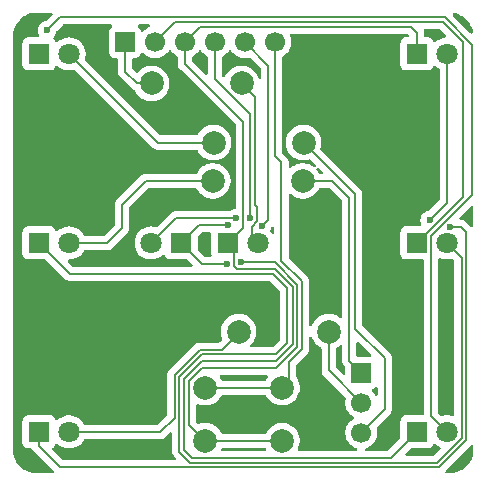
<source format=gbr>
%TF.GenerationSoftware,KiCad,Pcbnew,9.0.7*%
%TF.CreationDate,2026-01-25T23:07:14+01:00*%
%TF.ProjectId,DiceDIP_UpperPart,44696365-4449-4505-9f55-707065725061,rev?*%
%TF.SameCoordinates,Original*%
%TF.FileFunction,Copper,L2,Bot*%
%TF.FilePolarity,Positive*%
%FSLAX46Y46*%
G04 Gerber Fmt 4.6, Leading zero omitted, Abs format (unit mm)*
G04 Created by KiCad (PCBNEW 9.0.7) date 2026-01-25 23:07:14*
%MOMM*%
%LPD*%
G01*
G04 APERTURE LIST*
%TA.AperFunction,ComponentPad*%
%ADD10C,2.000000*%
%TD*%
%TA.AperFunction,ComponentPad*%
%ADD11R,1.800000X1.800000*%
%TD*%
%TA.AperFunction,ComponentPad*%
%ADD12C,1.800000*%
%TD*%
%TA.AperFunction,ComponentPad*%
%ADD13R,1.700000X1.700000*%
%TD*%
%TA.AperFunction,ComponentPad*%
%ADD14C,1.700000*%
%TD*%
%TA.AperFunction,ViaPad*%
%ADD15C,0.600000*%
%TD*%
%TA.AperFunction,Conductor*%
%ADD16C,0.200000*%
%TD*%
G04 APERTURE END LIST*
D10*
%TO.P,SW1,1,1*%
%TO.N,Net-(J5-Pin_6)*%
X116800000Y-107250000D03*
X123300000Y-107250000D03*
%TO.P,SW1,2,2*%
%TO.N,Net-(J5-Pin_5)*%
X116800000Y-111750000D03*
X123300000Y-111750000D03*
%TD*%
D11*
%TO.P,D5,1,K*%
%TO.N,Net-(D5-K)*%
X134725000Y-79000000D03*
D12*
%TO.P,D5,2,A*%
%TO.N,Net-(D4-K)*%
X137265000Y-79000000D03*
%TD*%
D11*
%TO.P,D2,1,K*%
%TO.N,Net-(D2-K)*%
X102725000Y-95000000D03*
D12*
%TO.P,D2,2,A*%
%TO.N,Net-(D2-A)*%
X105265000Y-95000000D03*
%TD*%
D11*
%TO.P,D3,1,K*%
%TO.N,Net-(D3-K)*%
X134725000Y-95000000D03*
D12*
%TO.P,D3,2,A*%
%TO.N,Net-(D2-K)*%
X137265000Y-95000000D03*
%TD*%
D11*
%TO.P,D7,1,K*%
%TO.N,Net-(D5-K)*%
X134725000Y-111000000D03*
D12*
%TO.P,D7,2,A*%
%TO.N,Net-(D6-K)*%
X137265000Y-111000000D03*
%TD*%
D11*
%TO.P,D8,1,K*%
%TO.N,Net-(D5-K)*%
X118725000Y-95000000D03*
D12*
%TO.P,D8,2,A*%
%TO.N,Net-(D8-A)*%
X121265000Y-95000000D03*
%TD*%
D11*
%TO.P,D4,1,K*%
%TO.N,Net-(D4-K)*%
X102725000Y-111000000D03*
D12*
%TO.P,D4,2,A*%
%TO.N,Net-(D4-A)*%
X105265000Y-111000000D03*
%TD*%
D11*
%TO.P,D6,1,K*%
%TO.N,Net-(D6-K)*%
X102725000Y-79000000D03*
D12*
%TO.P,D6,2,A*%
%TO.N,Net-(D6-A)*%
X105265000Y-79000000D03*
%TD*%
D13*
%TO.P,J3,1,Pin_1*%
%TO.N,Net-(J3-Pin_1)*%
X130000000Y-106000000D03*
D14*
%TO.P,J3,2,Pin_2*%
%TO.N,Net-(J3-Pin_2)*%
X130000000Y-108540000D03*
%TO.P,J3,3,Pin_3*%
%TO.N,Net-(J3-Pin_3)*%
X130000000Y-111080000D03*
%TD*%
D10*
%TO.P,R7,1*%
%TO.N,Net-(D4-A)*%
X119630000Y-102500000D03*
%TO.P,R7,2*%
%TO.N,Net-(J3-Pin_2)*%
X127250000Y-102500000D03*
%TD*%
D13*
%TO.P,J5,1,Pin_1*%
%TO.N,Net-(J5-Pin_1)*%
X110000000Y-78000000D03*
D14*
%TO.P,J5,2,Pin_2*%
%TO.N,Net-(D3-K)*%
X112540000Y-78000000D03*
%TO.P,J5,3,Pin_3*%
%TO.N,Net-(D5-K)*%
X115080000Y-78000000D03*
%TO.P,J5,4,Pin_4*%
%TO.N,Net-(J5-Pin_4)*%
X117620000Y-78000000D03*
%TO.P,J5,5,Pin_5*%
%TO.N,Net-(J5-Pin_5)*%
X120160000Y-78000000D03*
%TO.P,J5,6,Pin_6*%
%TO.N,Net-(J5-Pin_6)*%
X122700000Y-78000000D03*
%TD*%
D11*
%TO.P,SW2,1,1*%
%TO.N,Net-(J5-Pin_5)*%
X114750000Y-95000000D03*
D12*
%TO.P,SW2,2,2*%
%TO.N,Net-(J5-Pin_4)*%
X112210000Y-95000000D03*
%TD*%
D10*
%TO.P,R8,1*%
%TO.N,Net-(D6-A)*%
X117500000Y-86500000D03*
%TO.P,R8,2*%
%TO.N,Net-(J3-Pin_3)*%
X125120000Y-86500000D03*
%TD*%
%TO.P,R6,1*%
%TO.N,Net-(D2-A)*%
X117440000Y-89750000D03*
%TO.P,R6,2*%
%TO.N,Net-(J3-Pin_1)*%
X125060000Y-89750000D03*
%TD*%
%TO.P,R9,1*%
%TO.N,Net-(D8-A)*%
X119870000Y-81500000D03*
%TO.P,R9,2*%
%TO.N,Net-(J5-Pin_1)*%
X112250000Y-81500000D03*
%TD*%
D15*
%TO.N,Net-(D4-K)*%
X137524306Y-93624224D03*
X135792185Y-93092185D03*
%TO.N,Net-(D6-K)*%
X103400000Y-77000000D03*
%TO.N,Net-(J5-Pin_4)*%
X119400000Y-92900000D03*
X120600000Y-92900000D03*
%TO.N,Net-(J5-Pin_5)*%
X121591398Y-93607075D03*
X118622471Y-96750000D03*
X118750000Y-93500000D03*
X119835500Y-96599000D03*
%TD*%
D16*
%TO.N,Net-(D2-K)*%
X123750000Y-103432900D02*
X122750000Y-104432900D01*
X114599000Y-106333900D02*
X114599000Y-112666100D01*
X136399000Y-113601000D02*
X138500000Y-111500000D01*
X138500000Y-96235000D02*
X137265000Y-95000000D01*
X114599000Y-112666100D02*
X115533900Y-113601000D01*
X123750000Y-98817100D02*
X123750000Y-103432900D01*
X122532900Y-97600000D02*
X123750000Y-98817100D01*
X102725000Y-95000000D02*
X105325000Y-97600000D01*
X138500000Y-111500000D02*
X138500000Y-96235000D01*
X122750000Y-104432900D02*
X116500000Y-104432900D01*
X105325000Y-97600000D02*
X122532900Y-97600000D01*
X116500000Y-104432900D02*
X114599000Y-106333900D01*
X115533900Y-113601000D02*
X136399000Y-113601000D01*
%TO.N,Net-(D2-A)*%
X111750000Y-89750000D02*
X117440000Y-89750000D01*
X109750000Y-91750000D02*
X109750000Y-93750000D01*
X111750000Y-89750000D02*
X109750000Y-91750000D01*
X108500000Y-95000000D02*
X105265000Y-95000000D01*
X109750000Y-93750000D02*
X108500000Y-95000000D01*
%TO.N,Net-(D3-K)*%
X114240000Y-76300000D02*
X112540000Y-78000000D01*
X136900000Y-76300000D02*
X114240000Y-76300000D01*
X135525000Y-94207900D02*
X138600000Y-91132900D01*
X138600000Y-91132900D02*
X138600000Y-78000000D01*
X134725000Y-95000000D02*
X134900000Y-95000000D01*
X135525000Y-94375000D02*
X135525000Y-94207900D01*
X134900000Y-95000000D02*
X135525000Y-94375000D01*
X138600000Y-78000000D02*
X136900000Y-76300000D01*
%TO.N,Net-(D4-K)*%
X137265000Y-79000000D02*
X137265000Y-91619370D01*
X138901000Y-94101000D02*
X138424224Y-93624224D01*
X137265000Y-91619370D02*
X135792185Y-93092185D01*
X104502000Y-114002000D02*
X136598000Y-114002000D01*
X102725000Y-112225000D02*
X104502000Y-114002000D01*
X102725000Y-111000000D02*
X102725000Y-112225000D01*
X136598000Y-114002000D02*
X138901000Y-111699000D01*
X138424224Y-93624224D02*
X137524306Y-93624224D01*
X138901000Y-111699000D02*
X138901000Y-94101000D01*
%TO.N,Net-(D4-A)*%
X116333900Y-104031900D02*
X114198000Y-106167800D01*
X114198000Y-109802000D02*
X113000000Y-111000000D01*
X114198000Y-106167800D02*
X114198000Y-109802000D01*
X119630000Y-102620000D02*
X118218100Y-104031900D01*
X119630000Y-102500000D02*
X119630000Y-102620000D01*
X105265000Y-111000000D02*
X104900000Y-111000000D01*
X118218100Y-104031900D02*
X116333900Y-104031900D01*
X113000000Y-111000000D02*
X105265000Y-111000000D01*
%TO.N,Net-(D5-K)*%
X120000000Y-93725000D02*
X118725000Y-95000000D01*
X124199000Y-103551000D02*
X124199000Y-98699000D01*
X119222471Y-96972471D02*
X119222471Y-95497471D01*
X134725000Y-111000000D02*
X132525000Y-113200000D01*
X132525000Y-113200000D02*
X115700000Y-113200000D01*
X115000000Y-106500000D02*
X116500000Y-105000000D01*
X122750000Y-105000000D02*
X124199000Y-103551000D01*
X116500000Y-105000000D02*
X122750000Y-105000000D01*
X122699000Y-97199000D02*
X119449000Y-97199000D01*
X115080000Y-79830000D02*
X120000000Y-84750000D01*
X120000000Y-84750000D02*
X120000000Y-93725000D01*
X134725000Y-77225000D02*
X134725000Y-79000000D01*
X115080000Y-78000000D02*
X116380000Y-76700000D01*
X118725000Y-95000000D02*
X119500000Y-94225000D01*
X124199000Y-98699000D02*
X122699000Y-97199000D01*
X134200000Y-76700000D02*
X134725000Y-77225000D01*
X119449000Y-97199000D02*
X119222471Y-96972471D01*
X115700000Y-113200000D02*
X115000000Y-112500000D01*
X119222471Y-95497471D02*
X118725000Y-95000000D01*
X115080000Y-78000000D02*
X115080000Y-79830000D01*
X115000000Y-112500000D02*
X115000000Y-106500000D01*
X116380000Y-76700000D02*
X134200000Y-76700000D01*
%TO.N,Net-(D6-A)*%
X112765000Y-86500000D02*
X105265000Y-79000000D01*
X117500000Y-86500000D02*
X112765000Y-86500000D01*
%TO.N,Net-(D6-K)*%
X137066100Y-75899000D02*
X139399000Y-78231900D01*
X104501000Y-75899000D02*
X137066100Y-75899000D01*
X135926000Y-94374000D02*
X135926000Y-109661000D01*
X139399000Y-90901000D02*
X135926000Y-94374000D01*
X135926000Y-109661000D02*
X137265000Y-111000000D01*
X139399000Y-78231900D02*
X139399000Y-90901000D01*
X103400000Y-77000000D02*
X104501000Y-75899000D01*
%TO.N,Net-(D8-A)*%
X121001000Y-91750000D02*
X121201000Y-91950000D01*
X120724943Y-93625000D02*
X120724943Y-94459943D01*
X121265000Y-95000000D02*
X121750000Y-94515000D01*
X121201000Y-93148943D02*
X120724943Y-93625000D01*
X121201000Y-91950000D02*
X121201000Y-93148943D01*
X121001000Y-82631000D02*
X121001000Y-91750000D01*
X119870000Y-81500000D02*
X121001000Y-82631000D01*
X120724943Y-94459943D02*
X121265000Y-95000000D01*
%TO.N,Net-(J3-Pin_1)*%
X125060000Y-89750000D02*
X127560000Y-89750000D01*
X129000000Y-105000000D02*
X129000000Y-91190000D01*
X130000000Y-106000000D02*
X129000000Y-105000000D01*
X129000000Y-91190000D02*
X127560000Y-89750000D01*
%TO.N,Net-(J3-Pin_3)*%
X125120000Y-86500000D02*
X129500000Y-90880000D01*
X132000000Y-109080000D02*
X130000000Y-111080000D01*
X132000000Y-104750000D02*
X132000000Y-109080000D01*
X129500000Y-102250000D02*
X132000000Y-104750000D01*
X129500000Y-90880000D02*
X129500000Y-102250000D01*
%TO.N,Net-(J3-Pin_2)*%
X127250000Y-105790000D02*
X130000000Y-108540000D01*
X127250000Y-102500000D02*
X127250000Y-105790000D01*
%TO.N,Net-(J5-Pin_6)*%
X125001000Y-98251000D02*
X123250000Y-96500000D01*
X123900000Y-107100000D02*
X123900000Y-105067100D01*
X123900000Y-105067100D02*
X125001000Y-103966100D01*
X122700000Y-87632900D02*
X122700000Y-78000000D01*
X123250000Y-107250000D02*
X116750000Y-107250000D01*
X125001000Y-103966100D02*
X125001000Y-98251000D01*
X123250000Y-88182900D02*
X122700000Y-87632900D01*
X123250000Y-96500000D02*
X123250000Y-88182900D01*
X123250000Y-107750000D02*
X123900000Y-107100000D01*
%TO.N,Net-(J5-Pin_1)*%
X110000000Y-80500000D02*
X110000000Y-78000000D01*
X112250000Y-81500000D02*
X111000000Y-81500000D01*
X111000000Y-81500000D02*
X110000000Y-80500000D01*
%TO.N,Net-(J5-Pin_4)*%
X120600000Y-84069892D02*
X117620000Y-81089892D01*
X114310000Y-92900000D02*
X112210000Y-95000000D01*
X120600000Y-92900000D02*
X120600000Y-84069892D01*
X117620000Y-81089892D02*
X117620000Y-78000000D01*
X119400000Y-92900000D02*
X114310000Y-92900000D01*
%TO.N,Net-(J5-Pin_5)*%
X122666100Y-96599000D02*
X119835500Y-96599000D01*
X118750000Y-93500000D02*
X116250000Y-93500000D01*
X124600000Y-103800000D02*
X124600000Y-98532900D01*
X122151000Y-93047473D02*
X122151000Y-79991000D01*
X123250000Y-111750000D02*
X116750000Y-111750000D01*
X114750000Y-95000000D02*
X116500000Y-96750000D01*
X116750000Y-111750000D02*
X115449000Y-110449000D01*
X122800000Y-105600000D02*
X124600000Y-103800000D01*
X115449000Y-106711108D02*
X116560108Y-105600000D01*
X122151000Y-79991000D02*
X120160000Y-78000000D01*
X117250000Y-96750000D02*
X118622471Y-96750000D01*
X116500000Y-96750000D02*
X117250000Y-96750000D01*
X121591398Y-93607075D02*
X122151000Y-93047473D01*
X115449000Y-110449000D02*
X115449000Y-106711108D01*
X124600000Y-98532900D02*
X122666100Y-96599000D01*
X116560108Y-105600000D02*
X122800000Y-105600000D01*
X116250000Y-93500000D02*
X114750000Y-95000000D01*
%TD*%
%TA.AperFunction,NonConductor*%
G36*
X112071891Y-76519185D02*
G01*
X112117646Y-76571989D01*
X112127590Y-76641147D01*
X112098565Y-76704703D01*
X112043171Y-76741430D01*
X112021588Y-76748443D01*
X112021585Y-76748444D01*
X111832179Y-76844951D01*
X111660215Y-76969889D01*
X111546673Y-77083431D01*
X111485350Y-77116915D01*
X111415658Y-77111931D01*
X111359725Y-77070059D01*
X111342810Y-77039082D01*
X111293797Y-76907671D01*
X111293793Y-76907664D01*
X111207547Y-76792455D01*
X111207544Y-76792452D01*
X111114456Y-76722766D01*
X111072585Y-76666832D01*
X111067601Y-76597141D01*
X111101087Y-76535818D01*
X111162410Y-76502334D01*
X111188767Y-76499500D01*
X112004852Y-76499500D01*
X112071891Y-76519185D01*
G37*
%TD.AperFunction*%
%TA.AperFunction,NonConductor*%
G36*
X137878482Y-75540977D02*
G01*
X138009535Y-75567045D01*
X138025202Y-75571243D01*
X138170035Y-75620407D01*
X138257481Y-75650091D01*
X138272458Y-75656294D01*
X138463033Y-75750275D01*
X138492460Y-75764787D01*
X138506508Y-75772897D01*
X138710464Y-75909177D01*
X138723328Y-75919048D01*
X138907749Y-76080781D01*
X138919218Y-76092250D01*
X139080951Y-76276671D01*
X139090825Y-76289539D01*
X139227102Y-76493492D01*
X139235212Y-76507539D01*
X139343702Y-76727534D01*
X139349909Y-76742520D01*
X139428756Y-76974797D01*
X139432954Y-76990464D01*
X139459022Y-77121517D01*
X139452795Y-77191108D01*
X139409932Y-77246286D01*
X139344042Y-77269530D01*
X139276045Y-77253462D01*
X139249724Y-77233389D01*
X137766610Y-75750275D01*
X137750376Y-75720546D01*
X137733615Y-75691111D01*
X137733676Y-75689962D01*
X137733125Y-75688952D01*
X137735541Y-75655159D01*
X137737354Y-75621341D01*
X137738026Y-75620407D01*
X137738109Y-75619260D01*
X137758410Y-75592141D01*
X137778221Y-75564669D01*
X137779291Y-75564247D01*
X137779981Y-75563327D01*
X137811725Y-75551486D01*
X137843239Y-75539088D01*
X137844750Y-75539169D01*
X137845445Y-75538910D01*
X137878482Y-75540977D01*
G37*
%TD.AperFunction*%
%TA.AperFunction,NonConductor*%
G36*
X136666942Y-76920185D02*
G01*
X136687584Y-76936819D01*
X137151452Y-77400687D01*
X137184937Y-77462010D01*
X137179953Y-77531702D01*
X137138081Y-77587635D01*
X137083169Y-77610841D01*
X136937047Y-77633984D01*
X136727396Y-77702103D01*
X136727393Y-77702104D01*
X136530974Y-77802187D01*
X136352641Y-77931752D01*
X136352636Y-77931756D01*
X136302463Y-77981929D01*
X136241140Y-78015413D01*
X136171448Y-78010428D01*
X136115515Y-77968557D01*
X136098601Y-77937580D01*
X136068797Y-77857671D01*
X136068793Y-77857664D01*
X135982547Y-77742455D01*
X135982544Y-77742452D01*
X135867335Y-77656206D01*
X135867328Y-77656202D01*
X135732482Y-77605908D01*
X135732483Y-77605908D01*
X135672883Y-77599501D01*
X135672881Y-77599500D01*
X135672873Y-77599500D01*
X135672865Y-77599500D01*
X135449500Y-77599500D01*
X135382461Y-77579815D01*
X135336706Y-77527011D01*
X135325500Y-77475500D01*
X135325500Y-77145945D01*
X135325500Y-77145943D01*
X135301559Y-77056593D01*
X135303222Y-76986743D01*
X135342385Y-76928881D01*
X135406614Y-76901377D01*
X135421334Y-76900500D01*
X136599903Y-76900500D01*
X136666942Y-76920185D01*
G37*
%TD.AperFunction*%
%TA.AperFunction,NonConductor*%
G36*
X116421444Y-78653999D02*
G01*
X116460486Y-78699056D01*
X116464951Y-78707820D01*
X116589890Y-78879786D01*
X116740213Y-79030109D01*
X116912184Y-79155051D01*
X116912184Y-79155052D01*
X116951793Y-79175233D01*
X117002590Y-79223206D01*
X117019500Y-79285718D01*
X117019500Y-80620902D01*
X116999815Y-80687941D01*
X116947011Y-80733696D01*
X116877853Y-80743640D01*
X116814297Y-80714615D01*
X116807819Y-80708583D01*
X115716819Y-79617583D01*
X115702115Y-79590655D01*
X115685523Y-79564837D01*
X115684631Y-79558636D01*
X115683334Y-79556260D01*
X115680500Y-79529902D01*
X115680500Y-79285718D01*
X115700185Y-79218679D01*
X115748207Y-79175233D01*
X115787815Y-79155052D01*
X115787815Y-79155051D01*
X115787816Y-79155051D01*
X115879193Y-79088661D01*
X115959786Y-79030109D01*
X115959788Y-79030106D01*
X115959792Y-79030104D01*
X116110104Y-78879792D01*
X116110106Y-78879788D01*
X116110109Y-78879786D01*
X116235048Y-78707820D01*
X116235047Y-78707820D01*
X116235051Y-78707816D01*
X116239514Y-78699054D01*
X116287488Y-78648259D01*
X116355308Y-78631463D01*
X116421444Y-78653999D01*
G37*
%TD.AperFunction*%
%TA.AperFunction,NonConductor*%
G36*
X118961444Y-78653999D02*
G01*
X119000486Y-78699056D01*
X119004951Y-78707820D01*
X119129890Y-78879786D01*
X119280213Y-79030109D01*
X119452179Y-79155048D01*
X119452181Y-79155049D01*
X119452184Y-79155051D01*
X119641588Y-79251557D01*
X119843757Y-79317246D01*
X120053713Y-79350500D01*
X120053714Y-79350500D01*
X120266286Y-79350500D01*
X120266287Y-79350500D01*
X120476243Y-79317246D01*
X120518523Y-79303507D01*
X120588362Y-79301511D01*
X120644522Y-79333757D01*
X121514181Y-80203416D01*
X121547666Y-80264739D01*
X121550500Y-80291097D01*
X121550500Y-81033420D01*
X121530815Y-81100459D01*
X121478011Y-81146214D01*
X121408853Y-81156158D01*
X121345297Y-81127133D01*
X121308569Y-81071739D01*
X121270452Y-80954428D01*
X121260568Y-80924008D01*
X121260566Y-80924005D01*
X121260566Y-80924003D01*
X121163599Y-80733696D01*
X121153343Y-80713567D01*
X121014517Y-80522490D01*
X120847510Y-80355483D01*
X120656433Y-80216657D01*
X120630446Y-80203416D01*
X120445996Y-80109433D01*
X120221368Y-80036446D01*
X119988097Y-79999500D01*
X119988092Y-79999500D01*
X119751908Y-79999500D01*
X119751903Y-79999500D01*
X119518631Y-80036446D01*
X119294003Y-80109433D01*
X119083566Y-80216657D01*
X118985946Y-80287583D01*
X118892490Y-80355483D01*
X118892488Y-80355485D01*
X118892487Y-80355485D01*
X118725485Y-80522487D01*
X118725485Y-80522488D01*
X118725483Y-80522490D01*
X118677111Y-80589068D01*
X118586657Y-80713566D01*
X118497480Y-80888585D01*
X118478163Y-80909037D01*
X118461305Y-80931557D01*
X118454495Y-80934096D01*
X118449505Y-80939381D01*
X118422198Y-80946143D01*
X118395841Y-80955974D01*
X118388738Y-80954428D01*
X118381684Y-80956176D01*
X118355057Y-80947102D01*
X118327568Y-80941122D01*
X118319260Y-80934902D01*
X118315549Y-80933638D01*
X118299314Y-80919971D01*
X118256819Y-80877476D01*
X118223334Y-80816153D01*
X118220500Y-80789795D01*
X118220500Y-79285718D01*
X118240185Y-79218679D01*
X118288207Y-79175233D01*
X118327815Y-79155052D01*
X118327815Y-79155051D01*
X118327816Y-79155051D01*
X118419193Y-79088661D01*
X118499786Y-79030109D01*
X118499788Y-79030106D01*
X118499792Y-79030104D01*
X118650104Y-78879792D01*
X118650106Y-78879788D01*
X118650109Y-78879786D01*
X118775048Y-78707820D01*
X118775047Y-78707820D01*
X118775051Y-78707816D01*
X118779514Y-78699054D01*
X118827488Y-78648259D01*
X118895308Y-78631463D01*
X118961444Y-78653999D01*
G37*
%TD.AperFunction*%
%TA.AperFunction,NonConductor*%
G36*
X126406665Y-88637346D02*
G01*
X126418626Y-88647861D01*
X126708584Y-88937819D01*
X126742069Y-88999142D01*
X126737085Y-89068834D01*
X126695213Y-89124767D01*
X126629749Y-89149184D01*
X126620903Y-89149500D01*
X126514068Y-89149500D01*
X126447029Y-89129815D01*
X126403583Y-89081795D01*
X126343342Y-88963566D01*
X126324636Y-88937819D01*
X126230626Y-88808426D01*
X126207147Y-88742621D01*
X126222972Y-88674568D01*
X126273078Y-88625873D01*
X126341556Y-88611997D01*
X126406665Y-88637346D01*
G37*
%TD.AperFunction*%
%TA.AperFunction,NonConductor*%
G36*
X139418833Y-91832915D02*
G01*
X139474767Y-91874787D01*
X139499184Y-91940251D01*
X139499500Y-91949097D01*
X139499500Y-93550901D01*
X139479815Y-93617940D01*
X139427011Y-93663695D01*
X139357853Y-93673639D01*
X139294297Y-93644614D01*
X139287819Y-93638582D01*
X139265397Y-93616160D01*
X139265374Y-93616139D01*
X138911814Y-93262579D01*
X138911812Y-93262576D01*
X138792941Y-93143705D01*
X138792940Y-93143704D01*
X138691834Y-93085331D01*
X138691833Y-93085330D01*
X138656007Y-93064646D01*
X138600105Y-93049667D01*
X138503281Y-93023723D01*
X138424875Y-93023723D01*
X138357836Y-93004038D01*
X138312081Y-92951234D01*
X138302137Y-92882076D01*
X138331162Y-92818520D01*
X138337194Y-92812042D01*
X139287819Y-91861416D01*
X139349142Y-91827931D01*
X139418833Y-91832915D01*
G37*
%TD.AperFunction*%
%TA.AperFunction,NonConductor*%
G36*
X122568834Y-93581388D02*
G01*
X122624767Y-93623260D01*
X122649184Y-93688724D01*
X122649500Y-93697570D01*
X122649500Y-94141294D01*
X122629815Y-94208333D01*
X122577011Y-94254088D01*
X122507853Y-94264032D01*
X122444297Y-94235007D01*
X122425182Y-94214179D01*
X122333246Y-94087639D01*
X122332471Y-94086732D01*
X122332284Y-94086315D01*
X122330379Y-94083693D01*
X122330929Y-94083293D01*
X122303892Y-94022975D01*
X122312190Y-93958737D01*
X122361133Y-93840576D01*
X122361135Y-93840572D01*
X122380652Y-93742454D01*
X122392036Y-93685226D01*
X122400800Y-93668469D01*
X122404821Y-93649990D01*
X122423565Y-93624951D01*
X122424421Y-93623315D01*
X122425972Y-93621736D01*
X122437819Y-93609889D01*
X122499142Y-93576404D01*
X122568834Y-93581388D01*
G37*
%TD.AperFunction*%
%TA.AperFunction,NonConductor*%
G36*
X117267539Y-94120185D02*
G01*
X117313294Y-94172989D01*
X117324500Y-94224500D01*
X117324500Y-95947870D01*
X117324501Y-95947876D01*
X117331421Y-96012247D01*
X117319014Y-96081006D01*
X117271403Y-96132143D01*
X117208131Y-96149500D01*
X116800098Y-96149500D01*
X116733059Y-96129815D01*
X116712417Y-96113181D01*
X116186818Y-95587582D01*
X116153333Y-95526259D01*
X116150499Y-95499901D01*
X116150499Y-94500097D01*
X116170184Y-94433058D01*
X116186818Y-94412416D01*
X116462416Y-94136819D01*
X116523739Y-94103334D01*
X116550097Y-94100500D01*
X117200500Y-94100500D01*
X117267539Y-94120185D01*
G37*
%TD.AperFunction*%
%TA.AperFunction,NonConductor*%
G36*
X127326942Y-90370185D02*
G01*
X127347584Y-90386819D01*
X128363181Y-91402416D01*
X128396666Y-91463739D01*
X128399500Y-91490097D01*
X128399500Y-101237077D01*
X128379815Y-101304116D01*
X128327011Y-101349871D01*
X128257853Y-101359815D01*
X128202614Y-101337395D01*
X128036433Y-101216657D01*
X127825996Y-101109433D01*
X127601368Y-101036446D01*
X127368097Y-100999500D01*
X127368092Y-100999500D01*
X127131908Y-100999500D01*
X127131903Y-100999500D01*
X126898631Y-101036446D01*
X126674003Y-101109433D01*
X126463566Y-101216657D01*
X126435461Y-101237077D01*
X126272490Y-101355483D01*
X126272488Y-101355485D01*
X126272487Y-101355485D01*
X126105485Y-101522487D01*
X126105485Y-101522488D01*
X126105483Y-101522490D01*
X126045862Y-101604550D01*
X125966657Y-101713566D01*
X125859433Y-101924003D01*
X125843431Y-101973255D01*
X125803993Y-102030930D01*
X125739634Y-102058128D01*
X125670788Y-102046213D01*
X125619312Y-101998969D01*
X125601500Y-101934936D01*
X125601500Y-98340059D01*
X125601501Y-98340046D01*
X125601501Y-98171945D01*
X125601501Y-98171943D01*
X125560577Y-98019215D01*
X125510454Y-97932400D01*
X125481520Y-97882284D01*
X125369716Y-97770480D01*
X125369715Y-97770479D01*
X125365385Y-97766149D01*
X125365374Y-97766139D01*
X123886819Y-96287584D01*
X123853334Y-96226261D01*
X123850500Y-96199903D01*
X123850500Y-90961889D01*
X123870185Y-90894850D01*
X123922989Y-90849095D01*
X123992147Y-90839151D01*
X124055703Y-90868176D01*
X124062181Y-90874208D01*
X124082490Y-90894517D01*
X124273567Y-91033343D01*
X124372991Y-91084002D01*
X124484003Y-91140566D01*
X124484005Y-91140566D01*
X124484008Y-91140568D01*
X124604412Y-91179689D01*
X124708631Y-91213553D01*
X124941903Y-91250500D01*
X124941908Y-91250500D01*
X125178097Y-91250500D01*
X125411368Y-91213553D01*
X125635992Y-91140568D01*
X125846433Y-91033343D01*
X126037510Y-90894517D01*
X126204517Y-90727510D01*
X126343343Y-90536433D01*
X126403583Y-90418204D01*
X126451558Y-90367409D01*
X126514068Y-90350500D01*
X127259903Y-90350500D01*
X127326942Y-90370185D01*
G37*
%TD.AperFunction*%
%TA.AperFunction,NonConductor*%
G36*
X129805703Y-103405384D02*
G01*
X129812181Y-103411416D01*
X130838584Y-104437819D01*
X130872069Y-104499142D01*
X130867085Y-104568834D01*
X130825213Y-104624767D01*
X130759749Y-104649184D01*
X130750903Y-104649500D01*
X129724500Y-104649500D01*
X129657461Y-104629815D01*
X129611706Y-104577011D01*
X129600500Y-104525500D01*
X129600500Y-103499097D01*
X129620185Y-103432058D01*
X129672989Y-103386303D01*
X129742147Y-103376359D01*
X129805703Y-103405384D01*
G37*
%TD.AperFunction*%
%TA.AperFunction,NonConductor*%
G36*
X128336474Y-103654949D02*
G01*
X128385169Y-103705055D01*
X128399500Y-103762922D01*
X128399500Y-104913330D01*
X128399499Y-104913348D01*
X128399499Y-105079054D01*
X128399498Y-105079054D01*
X128440423Y-105231785D01*
X128469358Y-105281900D01*
X128469359Y-105281904D01*
X128469360Y-105281904D01*
X128518602Y-105367196D01*
X128519479Y-105368714D01*
X128519481Y-105368717D01*
X128613181Y-105462417D01*
X128646666Y-105523740D01*
X128649500Y-105550098D01*
X128649500Y-106040903D01*
X128629815Y-106107942D01*
X128577011Y-106153697D01*
X128507853Y-106163641D01*
X128444297Y-106134616D01*
X128437819Y-106128584D01*
X127886819Y-105577584D01*
X127853334Y-105516261D01*
X127850500Y-105489903D01*
X127850500Y-103954067D01*
X127870185Y-103887028D01*
X127918205Y-103843582D01*
X128036433Y-103783343D01*
X128202616Y-103662602D01*
X128268420Y-103639124D01*
X128336474Y-103654949D01*
G37*
%TD.AperFunction*%
%TA.AperFunction,NonConductor*%
G36*
X121970795Y-106202371D02*
G01*
X121977329Y-106201173D01*
X122003904Y-106212093D01*
X122031462Y-106220185D01*
X122035810Y-106225203D01*
X122041956Y-106227729D01*
X122058409Y-106251283D01*
X122077217Y-106272989D01*
X122078162Y-106279562D01*
X122081966Y-106285008D01*
X122083072Y-106313715D01*
X122087161Y-106342147D01*
X122084428Y-106348878D01*
X122084658Y-106354826D01*
X122071243Y-106387471D01*
X122068226Y-106392587D01*
X122016657Y-106463567D01*
X121954690Y-106585183D01*
X121952752Y-106588471D01*
X121929925Y-106609844D01*
X121908442Y-106632591D01*
X121904621Y-106633537D01*
X121901750Y-106636226D01*
X121845932Y-106649500D01*
X118254068Y-106649500D01*
X118187029Y-106629815D01*
X118143583Y-106581795D01*
X118083342Y-106463566D01*
X118083340Y-106463563D01*
X118035258Y-106397384D01*
X118011779Y-106331580D01*
X118027604Y-106263526D01*
X118077710Y-106214831D01*
X118135577Y-106200500D01*
X121964423Y-106200500D01*
X121970795Y-106202371D01*
G37*
%TD.AperFunction*%
%TA.AperFunction,NonConductor*%
G36*
X131334926Y-107202738D02*
G01*
X131384332Y-107252143D01*
X131399500Y-107311571D01*
X131399500Y-107795444D01*
X131379815Y-107862483D01*
X131327011Y-107908238D01*
X131257853Y-107918182D01*
X131194297Y-107889157D01*
X131165016Y-107851740D01*
X131155050Y-107832182D01*
X131030109Y-107660213D01*
X130916569Y-107546673D01*
X130883084Y-107485350D01*
X130888068Y-107415658D01*
X130929940Y-107359725D01*
X130960915Y-107342810D01*
X131092331Y-107293796D01*
X131201189Y-107212305D01*
X131266653Y-107187887D01*
X131334926Y-107202738D01*
G37*
%TD.AperFunction*%
%TA.AperFunction,NonConductor*%
G36*
X136706796Y-96287400D02*
G01*
X136727389Y-96297893D01*
X136727396Y-96297896D01*
X136794525Y-96319707D01*
X136937049Y-96366015D01*
X137154778Y-96400500D01*
X137154779Y-96400500D01*
X137375221Y-96400500D01*
X137375222Y-96400500D01*
X137592951Y-96366015D01*
X137663205Y-96343187D01*
X137678417Y-96342753D01*
X137692676Y-96337435D01*
X137712628Y-96341775D01*
X137733044Y-96341192D01*
X137747132Y-96349281D01*
X137760949Y-96352287D01*
X137789203Y-96373438D01*
X137863181Y-96447416D01*
X137896666Y-96508739D01*
X137899500Y-96535097D01*
X137899500Y-109562916D01*
X137879815Y-109629955D01*
X137827011Y-109675710D01*
X137757853Y-109685654D01*
X137737183Y-109680847D01*
X137592953Y-109633985D01*
X137592954Y-109633985D01*
X137429654Y-109608121D01*
X137375222Y-109599500D01*
X137154778Y-109599500D01*
X137114320Y-109605908D01*
X136937045Y-109633985D01*
X136866794Y-109656811D01*
X136796953Y-109658806D01*
X136740796Y-109626561D01*
X136562819Y-109448584D01*
X136529334Y-109387261D01*
X136526500Y-109360903D01*
X136526500Y-96397884D01*
X136546185Y-96330845D01*
X136598989Y-96285090D01*
X136668147Y-96275146D01*
X136706796Y-96287400D01*
G37*
%TD.AperFunction*%
%TA.AperFunction,NonConductor*%
G36*
X133966942Y-77320185D02*
G01*
X133987584Y-77336819D01*
X134038584Y-77387819D01*
X134072069Y-77449142D01*
X134067085Y-77518834D01*
X134025213Y-77574767D01*
X133959749Y-77599184D01*
X133950904Y-77599500D01*
X133777130Y-77599500D01*
X133777123Y-77599501D01*
X133717516Y-77605908D01*
X133582671Y-77656202D01*
X133582664Y-77656206D01*
X133467455Y-77742452D01*
X133467452Y-77742455D01*
X133381206Y-77857664D01*
X133381202Y-77857671D01*
X133330908Y-77992517D01*
X133324501Y-78052116D01*
X133324500Y-78052135D01*
X133324500Y-79947870D01*
X133324501Y-79947876D01*
X133330908Y-80007483D01*
X133381202Y-80142328D01*
X133381206Y-80142335D01*
X133467452Y-80257544D01*
X133467455Y-80257547D01*
X133582664Y-80343793D01*
X133582671Y-80343797D01*
X133717517Y-80394091D01*
X133717516Y-80394091D01*
X133724444Y-80394835D01*
X133777127Y-80400500D01*
X135672872Y-80400499D01*
X135732483Y-80394091D01*
X135867331Y-80343796D01*
X135982546Y-80257546D01*
X136068796Y-80142331D01*
X136096428Y-80068247D01*
X136098601Y-80062420D01*
X136140471Y-80006486D01*
X136205936Y-79982068D01*
X136274209Y-79996919D01*
X136302464Y-80018071D01*
X136352635Y-80068242D01*
X136352641Y-80068247D01*
X136530976Y-80197814D01*
X136596794Y-80231350D01*
X136647591Y-80279324D01*
X136664500Y-80341835D01*
X136664500Y-91319273D01*
X136644815Y-91386312D01*
X136628181Y-91406954D01*
X135777524Y-92257610D01*
X135716201Y-92291095D01*
X135714035Y-92291546D01*
X135558693Y-92322446D01*
X135558683Y-92322449D01*
X135413012Y-92382787D01*
X135412999Y-92382794D01*
X135281896Y-92470395D01*
X135281892Y-92470398D01*
X135170398Y-92581892D01*
X135170395Y-92581896D01*
X135082794Y-92712999D01*
X135082787Y-92713012D01*
X135022449Y-92858683D01*
X135022446Y-92858695D01*
X134991685Y-93013338D01*
X134991685Y-93171031D01*
X135022446Y-93325674D01*
X135022449Y-93325686D01*
X135064848Y-93428048D01*
X135072317Y-93497518D01*
X135041041Y-93559997D01*
X134980952Y-93595649D01*
X134950287Y-93599500D01*
X133777129Y-93599500D01*
X133777123Y-93599501D01*
X133717516Y-93605908D01*
X133582671Y-93656202D01*
X133582664Y-93656206D01*
X133467455Y-93742452D01*
X133467452Y-93742455D01*
X133381206Y-93857664D01*
X133381202Y-93857671D01*
X133330908Y-93992517D01*
X133324501Y-94052116D01*
X133324500Y-94052135D01*
X133324500Y-95947870D01*
X133324501Y-95947876D01*
X133330908Y-96007483D01*
X133381202Y-96142328D01*
X133381206Y-96142335D01*
X133467452Y-96257544D01*
X133467455Y-96257547D01*
X133582664Y-96343793D01*
X133582671Y-96343797D01*
X133717517Y-96394091D01*
X133717516Y-96394091D01*
X133724444Y-96394835D01*
X133777127Y-96400500D01*
X135201500Y-96400499D01*
X135268539Y-96420184D01*
X135314294Y-96472987D01*
X135325500Y-96524499D01*
X135325500Y-109475500D01*
X135305815Y-109542539D01*
X135253011Y-109588294D01*
X135201500Y-109599500D01*
X133777129Y-109599500D01*
X133777123Y-109599501D01*
X133717516Y-109605908D01*
X133582671Y-109656202D01*
X133582664Y-109656206D01*
X133467455Y-109742452D01*
X133467452Y-109742455D01*
X133381206Y-109857664D01*
X133381202Y-109857671D01*
X133330908Y-109992517D01*
X133324501Y-110052116D01*
X133324500Y-110052135D01*
X133324500Y-111499902D01*
X133304815Y-111566941D01*
X133288181Y-111587583D01*
X132312584Y-112563181D01*
X132251261Y-112596666D01*
X132224903Y-112599500D01*
X130476673Y-112599500D01*
X130409634Y-112579815D01*
X130363879Y-112527011D01*
X130353935Y-112457853D01*
X130382960Y-112394297D01*
X130438354Y-112357569D01*
X130518412Y-112331557D01*
X130707816Y-112235051D01*
X130759067Y-112197815D01*
X130879786Y-112110109D01*
X130879788Y-112110106D01*
X130879792Y-112110104D01*
X131030104Y-111959792D01*
X131030106Y-111959788D01*
X131030109Y-111959786D01*
X131155048Y-111787820D01*
X131155047Y-111787820D01*
X131155051Y-111787816D01*
X131251557Y-111598412D01*
X131317246Y-111396243D01*
X131350500Y-111186287D01*
X131350500Y-110973713D01*
X131317246Y-110763757D01*
X131303506Y-110721473D01*
X131301512Y-110651635D01*
X131333755Y-110595478D01*
X132368713Y-109560521D01*
X132368716Y-109560520D01*
X132480520Y-109448716D01*
X132530639Y-109361904D01*
X132559577Y-109311785D01*
X132600500Y-109159057D01*
X132600500Y-109000943D01*
X132600500Y-104839059D01*
X132600501Y-104839046D01*
X132600501Y-104670945D01*
X132600501Y-104670943D01*
X132559577Y-104518215D01*
X132514664Y-104440424D01*
X132480520Y-104381284D01*
X132368716Y-104269480D01*
X132364385Y-104265149D01*
X132364374Y-104265139D01*
X130136819Y-102037584D01*
X130103334Y-101976261D01*
X130100500Y-101949903D01*
X130100500Y-90800944D01*
X130100500Y-90800943D01*
X130090650Y-90764184D01*
X130080824Y-90727510D01*
X130059577Y-90648216D01*
X129995040Y-90536433D01*
X129980524Y-90511290D01*
X129980521Y-90511286D01*
X129980520Y-90511284D01*
X129868716Y-90399480D01*
X129868715Y-90399479D01*
X129864385Y-90395149D01*
X129864374Y-90395139D01*
X126572798Y-87103563D01*
X126539313Y-87042240D01*
X126542547Y-86977566D01*
X126583553Y-86851368D01*
X126603705Y-86724126D01*
X126620500Y-86618097D01*
X126620500Y-86381902D01*
X126583553Y-86148631D01*
X126510566Y-85924003D01*
X126403342Y-85713566D01*
X126264517Y-85522490D01*
X126097510Y-85355483D01*
X125906433Y-85216657D01*
X125695996Y-85109433D01*
X125471368Y-85036446D01*
X125238097Y-84999500D01*
X125238092Y-84999500D01*
X125001908Y-84999500D01*
X125001903Y-84999500D01*
X124768631Y-85036446D01*
X124544003Y-85109433D01*
X124333566Y-85216657D01*
X124224550Y-85295862D01*
X124142490Y-85355483D01*
X124142488Y-85355485D01*
X124142487Y-85355485D01*
X123975485Y-85522487D01*
X123975485Y-85522488D01*
X123975483Y-85522490D01*
X123915862Y-85604550D01*
X123836657Y-85713566D01*
X123729433Y-85924003D01*
X123656446Y-86148631D01*
X123619500Y-86381902D01*
X123619500Y-86618097D01*
X123656446Y-86851368D01*
X123729433Y-87075996D01*
X123836657Y-87286433D01*
X123975483Y-87477510D01*
X124142490Y-87644517D01*
X124333567Y-87783343D01*
X124394096Y-87814184D01*
X124544003Y-87890566D01*
X124544005Y-87890566D01*
X124544008Y-87890568D01*
X124636292Y-87920553D01*
X124768631Y-87963553D01*
X125001903Y-88000500D01*
X125001908Y-88000500D01*
X125238097Y-88000500D01*
X125344126Y-87983705D01*
X125471368Y-87963553D01*
X125597566Y-87922547D01*
X125667404Y-87920553D01*
X125723563Y-87952798D01*
X126162138Y-88391373D01*
X126195623Y-88452696D01*
X126190639Y-88522388D01*
X126148767Y-88578321D01*
X126083303Y-88602738D01*
X126015030Y-88587886D01*
X126001571Y-88579372D01*
X126000124Y-88578321D01*
X125846433Y-88466657D01*
X125819033Y-88452696D01*
X125635996Y-88359433D01*
X125411368Y-88286446D01*
X125178097Y-88249500D01*
X125178092Y-88249500D01*
X124941908Y-88249500D01*
X124941903Y-88249500D01*
X124708631Y-88286446D01*
X124484003Y-88359433D01*
X124273566Y-88466657D01*
X124196860Y-88522388D01*
X124082490Y-88605483D01*
X124082488Y-88605485D01*
X124082487Y-88605485D01*
X124062181Y-88625792D01*
X124000858Y-88659277D01*
X123931166Y-88654293D01*
X123875233Y-88612421D01*
X123850816Y-88546957D01*
X123850500Y-88538111D01*
X123850500Y-88103845D01*
X123850500Y-88103843D01*
X123809577Y-87951116D01*
X123809573Y-87951109D01*
X123730524Y-87814190D01*
X123730521Y-87814186D01*
X123730520Y-87814184D01*
X123618716Y-87702380D01*
X123618715Y-87702379D01*
X123614385Y-87698049D01*
X123614374Y-87698039D01*
X123336819Y-87420484D01*
X123303334Y-87359161D01*
X123300500Y-87332803D01*
X123300500Y-79285718D01*
X123320185Y-79218679D01*
X123368207Y-79175233D01*
X123407815Y-79155052D01*
X123407815Y-79155051D01*
X123407816Y-79155051D01*
X123499193Y-79088661D01*
X123579786Y-79030109D01*
X123579788Y-79030106D01*
X123579792Y-79030104D01*
X123730104Y-78879792D01*
X123730106Y-78879788D01*
X123730109Y-78879786D01*
X123855048Y-78707820D01*
X123855047Y-78707820D01*
X123855051Y-78707816D01*
X123951557Y-78518412D01*
X124017246Y-78316243D01*
X124050500Y-78106287D01*
X124050500Y-77893713D01*
X124017246Y-77683757D01*
X123951557Y-77481588D01*
X123951555Y-77481585D01*
X123951555Y-77481583D01*
X123951154Y-77480796D01*
X123951091Y-77480463D01*
X123949690Y-77477079D01*
X123950400Y-77476784D01*
X123938257Y-77412127D01*
X123964532Y-77347387D01*
X124021638Y-77307129D01*
X124061638Y-77300500D01*
X133899903Y-77300500D01*
X133966942Y-77320185D01*
G37*
%TD.AperFunction*%
%TA.AperFunction,NonConductor*%
G36*
X125757784Y-102949009D02*
G01*
X125773769Y-102950844D01*
X125788909Y-102963223D01*
X125806703Y-102971350D01*
X125816004Y-102985378D01*
X125827859Y-102995072D01*
X125843429Y-103026742D01*
X125859432Y-103075992D01*
X125966657Y-103286433D01*
X126105483Y-103477510D01*
X126272490Y-103644517D01*
X126415797Y-103748636D01*
X126463568Y-103783344D01*
X126521213Y-103812715D01*
X126581794Y-103843582D01*
X126632590Y-103891556D01*
X126649500Y-103954067D01*
X126649500Y-105703330D01*
X126649499Y-105703348D01*
X126649499Y-105869054D01*
X126649498Y-105869054D01*
X126690423Y-106021785D01*
X126719358Y-106071900D01*
X126719359Y-106071904D01*
X126719360Y-106071904D01*
X126769479Y-106158714D01*
X126769481Y-106158717D01*
X126888349Y-106277585D01*
X126888355Y-106277590D01*
X128666241Y-108055476D01*
X128699726Y-108116799D01*
X128696492Y-108181473D01*
X128682753Y-108223757D01*
X128655708Y-108394517D01*
X128649500Y-108433713D01*
X128649500Y-108646287D01*
X128682754Y-108856243D01*
X128710321Y-108941086D01*
X128748444Y-109058414D01*
X128844951Y-109247820D01*
X128969890Y-109419786D01*
X129120213Y-109570109D01*
X129292182Y-109695050D01*
X129300946Y-109699516D01*
X129351742Y-109747491D01*
X129368536Y-109815312D01*
X129345998Y-109881447D01*
X129300946Y-109920484D01*
X129292182Y-109924949D01*
X129120213Y-110049890D01*
X128969890Y-110200213D01*
X128844951Y-110372179D01*
X128748444Y-110561585D01*
X128682753Y-110763760D01*
X128649500Y-110973713D01*
X128649500Y-111186286D01*
X128678393Y-111368713D01*
X128682754Y-111396243D01*
X128744924Y-111587583D01*
X128748444Y-111598414D01*
X128844951Y-111787820D01*
X128969890Y-111959786D01*
X129120213Y-112110109D01*
X129292179Y-112235048D01*
X129292181Y-112235049D01*
X129292184Y-112235051D01*
X129481588Y-112331557D01*
X129561645Y-112357569D01*
X129619321Y-112397007D01*
X129646519Y-112461365D01*
X129634604Y-112530212D01*
X129587360Y-112581687D01*
X129523327Y-112599500D01*
X124753559Y-112599500D01*
X124686520Y-112579815D01*
X124640765Y-112527011D01*
X124630821Y-112457853D01*
X124643074Y-112419205D01*
X124663783Y-112378560D01*
X124690568Y-112325992D01*
X124763553Y-112101368D01*
X124768799Y-112068247D01*
X124800500Y-111868097D01*
X124800500Y-111631902D01*
X124763553Y-111398631D01*
X124729689Y-111294412D01*
X124690568Y-111174008D01*
X124690566Y-111174005D01*
X124690566Y-111174003D01*
X124633709Y-111062415D01*
X124583343Y-110963567D01*
X124444517Y-110772490D01*
X124277510Y-110605483D01*
X124086433Y-110466657D01*
X123875996Y-110359433D01*
X123651368Y-110286446D01*
X123418097Y-110249500D01*
X123418092Y-110249500D01*
X123181908Y-110249500D01*
X123181903Y-110249500D01*
X122948631Y-110286446D01*
X122724003Y-110359433D01*
X122513566Y-110466657D01*
X122404550Y-110545862D01*
X122322490Y-110605483D01*
X122322488Y-110605485D01*
X122322487Y-110605485D01*
X122155485Y-110772487D01*
X122155485Y-110772488D01*
X122155483Y-110772490D01*
X122098635Y-110850735D01*
X122016657Y-110963566D01*
X122011487Y-110973713D01*
X121959479Y-111075786D01*
X121956417Y-111081795D01*
X121908442Y-111132591D01*
X121845932Y-111149500D01*
X118254068Y-111149500D01*
X118187029Y-111129815D01*
X118143583Y-111081795D01*
X118083343Y-110963567D01*
X117944517Y-110772490D01*
X117777510Y-110605483D01*
X117586433Y-110466657D01*
X117375996Y-110359433D01*
X117151368Y-110286446D01*
X116918097Y-110249500D01*
X116918092Y-110249500D01*
X116681908Y-110249500D01*
X116681903Y-110249500D01*
X116448630Y-110286447D01*
X116448627Y-110286447D01*
X116284696Y-110339712D01*
X116269483Y-110340146D01*
X116255224Y-110345465D01*
X116235268Y-110341123D01*
X116214855Y-110341707D01*
X116200768Y-110333618D01*
X116186951Y-110330613D01*
X116158697Y-110309462D01*
X116085819Y-110236584D01*
X116052334Y-110175261D01*
X116049500Y-110148903D01*
X116049500Y-108753862D01*
X116069185Y-108686823D01*
X116121989Y-108641068D01*
X116191147Y-108631124D01*
X116220968Y-108639307D01*
X116223988Y-108640557D01*
X116224008Y-108640568D01*
X116402998Y-108698725D01*
X116448631Y-108713553D01*
X116681903Y-108750500D01*
X116681908Y-108750500D01*
X116918097Y-108750500D01*
X117151368Y-108713553D01*
X117375992Y-108640568D01*
X117586433Y-108533343D01*
X117777510Y-108394517D01*
X117944517Y-108227510D01*
X118083343Y-108036433D01*
X118143583Y-107918204D01*
X118191558Y-107867409D01*
X118254068Y-107850500D01*
X121845932Y-107850500D01*
X121912971Y-107870185D01*
X121956416Y-107918203D01*
X122016657Y-108036433D01*
X122155483Y-108227510D01*
X122322490Y-108394517D01*
X122513567Y-108533343D01*
X122612991Y-108584002D01*
X122724003Y-108640566D01*
X122724005Y-108640566D01*
X122724008Y-108640568D01*
X122844412Y-108679689D01*
X122948631Y-108713553D01*
X123181903Y-108750500D01*
X123181908Y-108750500D01*
X123418097Y-108750500D01*
X123651368Y-108713553D01*
X123875992Y-108640568D01*
X124086433Y-108533343D01*
X124277510Y-108394517D01*
X124444517Y-108227510D01*
X124583343Y-108036433D01*
X124690568Y-107825992D01*
X124763553Y-107601368D01*
X124778041Y-107509896D01*
X124800500Y-107368097D01*
X124800500Y-107131902D01*
X124763553Y-106898631D01*
X124690566Y-106674003D01*
X124643583Y-106581795D01*
X124583343Y-106463567D01*
X124535260Y-106397386D01*
X124524182Y-106382138D01*
X124500702Y-106316332D01*
X124500500Y-106309253D01*
X124500500Y-105367196D01*
X124520185Y-105300157D01*
X124536815Y-105279519D01*
X125369713Y-104446621D01*
X125369716Y-104446620D01*
X125481520Y-104334816D01*
X125531639Y-104248004D01*
X125560577Y-104197885D01*
X125601500Y-104045157D01*
X125601500Y-103887043D01*
X125601500Y-103065063D01*
X125606033Y-103049623D01*
X125605574Y-103033540D01*
X125615674Y-103016789D01*
X125621185Y-102998024D01*
X125633343Y-102987488D01*
X125641654Y-102973707D01*
X125659209Y-102965075D01*
X125673989Y-102952269D01*
X125689913Y-102949979D01*
X125704355Y-102942879D01*
X125723786Y-102945108D01*
X125743147Y-102942325D01*
X125757784Y-102949009D01*
G37*
%TD.AperFunction*%
%TA.AperFunction,NonConductor*%
G36*
X121912971Y-112370185D02*
G01*
X121956440Y-112418251D01*
X121956949Y-112419251D01*
X121969817Y-112487926D01*
X121943513Y-112552655D01*
X121886390Y-112592889D01*
X121846441Y-112599500D01*
X118253559Y-112599500D01*
X118186520Y-112579815D01*
X118140765Y-112527011D01*
X118130821Y-112457853D01*
X118143051Y-112419251D01*
X118143560Y-112418251D01*
X118191513Y-112367435D01*
X118254068Y-112350500D01*
X121845932Y-112350500D01*
X121912971Y-112370185D01*
G37*
%TD.AperFunction*%
%TA.AperFunction,NonConductor*%
G36*
X136220788Y-111985298D02*
G01*
X136274209Y-111996919D01*
X136302464Y-112018071D01*
X136352636Y-112068243D01*
X136352641Y-112068247D01*
X136530978Y-112197815D01*
X136530979Y-112197816D01*
X136658446Y-112262765D01*
X136709242Y-112310739D01*
X136726037Y-112378560D01*
X136703499Y-112444695D01*
X136689833Y-112460930D01*
X136598109Y-112552655D01*
X136186582Y-112964182D01*
X136125261Y-112997666D01*
X136098903Y-113000500D01*
X133873097Y-113000500D01*
X133806058Y-112980815D01*
X133760303Y-112928011D01*
X133750359Y-112858853D01*
X133779384Y-112795297D01*
X133785416Y-112788819D01*
X134137416Y-112436818D01*
X134198739Y-112403333D01*
X134225097Y-112400499D01*
X135672871Y-112400499D01*
X135672872Y-112400499D01*
X135732483Y-112394091D01*
X135867331Y-112343796D01*
X135982546Y-112257546D01*
X136068796Y-112142331D01*
X136070273Y-112138372D01*
X136098601Y-112062420D01*
X136098601Y-112062419D01*
X136098602Y-112062416D01*
X136121408Y-112031951D01*
X136140471Y-112006486D01*
X136140472Y-112006485D01*
X136140473Y-112006485D01*
X136166993Y-111996593D01*
X136205936Y-111982068D01*
X136205937Y-111982068D01*
X136220788Y-111985298D01*
G37*
%TD.AperFunction*%
%TA.AperFunction,NonConductor*%
G36*
X113917834Y-111033914D02*
G01*
X113973767Y-111075786D01*
X113998184Y-111141250D01*
X113998500Y-111150096D01*
X113998500Y-112579430D01*
X113998499Y-112579448D01*
X113998499Y-112745154D01*
X113998498Y-112745154D01*
X114039422Y-112897883D01*
X114040934Y-112900501D01*
X114040937Y-112900507D01*
X114118477Y-113034812D01*
X114118481Y-113034817D01*
X114237349Y-113153685D01*
X114237355Y-113153690D01*
X114273484Y-113189819D01*
X114306969Y-113251142D01*
X114301985Y-113320834D01*
X114260113Y-113376767D01*
X114194649Y-113401184D01*
X114185803Y-113401500D01*
X104802098Y-113401500D01*
X104735059Y-113381815D01*
X104714417Y-113365181D01*
X104313417Y-112964181D01*
X103868839Y-112519604D01*
X103835355Y-112458282D01*
X103840339Y-112388591D01*
X103882209Y-112332658D01*
X103982546Y-112257546D01*
X104068796Y-112142331D01*
X104070273Y-112138372D01*
X104098601Y-112062420D01*
X104140471Y-112006486D01*
X104205936Y-111982068D01*
X104274209Y-111996919D01*
X104302464Y-112018071D01*
X104352636Y-112068243D01*
X104352641Y-112068247D01*
X104449161Y-112138372D01*
X104530978Y-112197815D01*
X104658448Y-112262765D01*
X104727393Y-112297895D01*
X104727396Y-112297896D01*
X104766924Y-112310739D01*
X104937049Y-112366015D01*
X105154778Y-112400500D01*
X105154779Y-112400500D01*
X105375221Y-112400500D01*
X105375222Y-112400500D01*
X105592951Y-112366015D01*
X105802606Y-112297895D01*
X105999022Y-112197815D01*
X106177365Y-112068242D01*
X106333242Y-111912365D01*
X106462815Y-111734022D01*
X106496352Y-111668204D01*
X106544326Y-111617409D01*
X106606836Y-111600500D01*
X112913331Y-111600500D01*
X112913347Y-111600501D01*
X112920943Y-111600501D01*
X113079054Y-111600501D01*
X113079057Y-111600501D01*
X113231785Y-111559577D01*
X113303424Y-111518216D01*
X113368716Y-111480520D01*
X113480520Y-111368716D01*
X113480520Y-111368714D01*
X113490724Y-111358511D01*
X113490727Y-111358506D01*
X113786820Y-111062414D01*
X113848142Y-111028930D01*
X113917834Y-111033914D01*
G37*
%TD.AperFunction*%
%TA.AperFunction,NonConductor*%
G36*
X139383005Y-112130353D02*
G01*
X139418834Y-112132916D01*
X139418837Y-112132918D01*
X139418840Y-112132919D01*
X139441807Y-112150114D01*
X139474767Y-112174788D01*
X139474768Y-112174790D01*
X139474771Y-112174793D01*
X139486990Y-112207559D01*
X139499184Y-112240252D01*
X139499184Y-112240255D01*
X139499185Y-112240258D01*
X139499184Y-112240261D01*
X139499500Y-112249098D01*
X139499500Y-112495933D01*
X139499235Y-112504043D01*
X139482925Y-112752883D01*
X139480807Y-112768964D01*
X139432954Y-113009535D01*
X139428756Y-113025202D01*
X139349909Y-113257479D01*
X139343702Y-113272465D01*
X139235212Y-113492460D01*
X139227102Y-113506507D01*
X139090825Y-113710460D01*
X139080951Y-113723328D01*
X138919218Y-113907749D01*
X138907749Y-113919218D01*
X138723328Y-114080951D01*
X138710460Y-114090825D01*
X138506507Y-114227102D01*
X138492460Y-114235212D01*
X138272465Y-114343702D01*
X138257479Y-114349909D01*
X138025202Y-114428756D01*
X138009535Y-114432954D01*
X137768964Y-114480807D01*
X137752883Y-114482925D01*
X137504043Y-114499235D01*
X137495933Y-114499500D01*
X137249096Y-114499500D01*
X137182057Y-114479815D01*
X137136302Y-114427011D01*
X137126358Y-114357853D01*
X137155383Y-114294297D01*
X137161415Y-114287819D01*
X138198092Y-113251142D01*
X139269713Y-112179521D01*
X139269716Y-112179520D01*
X139287825Y-112161410D01*
X139330021Y-112138372D01*
X139349142Y-112127932D01*
X139349144Y-112127932D01*
X139349148Y-112127930D01*
X139383005Y-112130353D01*
G37*
%TD.AperFunction*%
%TA.AperFunction,NonConductor*%
G36*
X103817941Y-75520185D02*
G01*
X103863696Y-75572989D01*
X103873640Y-75642147D01*
X103844615Y-75705703D01*
X103838583Y-75712181D01*
X103385339Y-76165425D01*
X103324016Y-76198910D01*
X103321850Y-76199361D01*
X103166508Y-76230261D01*
X103166498Y-76230264D01*
X103020827Y-76290602D01*
X103020814Y-76290609D01*
X102889711Y-76378210D01*
X102889707Y-76378213D01*
X102778213Y-76489707D01*
X102778210Y-76489711D01*
X102690609Y-76620814D01*
X102690602Y-76620827D01*
X102630264Y-76766498D01*
X102630261Y-76766510D01*
X102599500Y-76921153D01*
X102599500Y-77078846D01*
X102630261Y-77233489D01*
X102630264Y-77233501D01*
X102690602Y-77379172D01*
X102690608Y-77379183D01*
X102708934Y-77406610D01*
X102729811Y-77473288D01*
X102711326Y-77540668D01*
X102659346Y-77587357D01*
X102605831Y-77599500D01*
X101777129Y-77599500D01*
X101777123Y-77599501D01*
X101717516Y-77605908D01*
X101582671Y-77656202D01*
X101582664Y-77656206D01*
X101467455Y-77742452D01*
X101467452Y-77742455D01*
X101381206Y-77857664D01*
X101381202Y-77857671D01*
X101330908Y-77992517D01*
X101324501Y-78052116D01*
X101324500Y-78052135D01*
X101324500Y-79947870D01*
X101324501Y-79947876D01*
X101330908Y-80007483D01*
X101381202Y-80142328D01*
X101381206Y-80142335D01*
X101467452Y-80257544D01*
X101467455Y-80257547D01*
X101582664Y-80343793D01*
X101582671Y-80343797D01*
X101717517Y-80394091D01*
X101717516Y-80394091D01*
X101724444Y-80394835D01*
X101777127Y-80400500D01*
X103672872Y-80400499D01*
X103732483Y-80394091D01*
X103867331Y-80343796D01*
X103982546Y-80257546D01*
X104068796Y-80142331D01*
X104096428Y-80068247D01*
X104098601Y-80062420D01*
X104140471Y-80006486D01*
X104205936Y-79982068D01*
X104274209Y-79996919D01*
X104302464Y-80018071D01*
X104352635Y-80068242D01*
X104352641Y-80068247D01*
X104454603Y-80142326D01*
X104530978Y-80197815D01*
X104659375Y-80263237D01*
X104727393Y-80297895D01*
X104727396Y-80297896D01*
X104794525Y-80319707D01*
X104937049Y-80366015D01*
X105154778Y-80400500D01*
X105154779Y-80400500D01*
X105375221Y-80400500D01*
X105375222Y-80400500D01*
X105592951Y-80366015D01*
X105663205Y-80343187D01*
X105733044Y-80341192D01*
X105789202Y-80373437D01*
X112396284Y-86980520D01*
X112396286Y-86980521D01*
X112396290Y-86980524D01*
X112503187Y-87042240D01*
X112533216Y-87059577D01*
X112685943Y-87100501D01*
X112685945Y-87100501D01*
X112851654Y-87100501D01*
X112851670Y-87100500D01*
X116045932Y-87100500D01*
X116112971Y-87120185D01*
X116156416Y-87168203D01*
X116216657Y-87286433D01*
X116355483Y-87477510D01*
X116522490Y-87644517D01*
X116713567Y-87783343D01*
X116774096Y-87814184D01*
X116924003Y-87890566D01*
X116924005Y-87890566D01*
X116924008Y-87890568D01*
X117016292Y-87920553D01*
X117148631Y-87963553D01*
X117381903Y-88000500D01*
X117381908Y-88000500D01*
X117618097Y-88000500D01*
X117851368Y-87963553D01*
X117889645Y-87951116D01*
X118075992Y-87890568D01*
X118286433Y-87783343D01*
X118477510Y-87644517D01*
X118644517Y-87477510D01*
X118783343Y-87286433D01*
X118890568Y-87075992D01*
X118963553Y-86851368D01*
X118963554Y-86851362D01*
X119000500Y-86618097D01*
X119000500Y-86381902D01*
X118963553Y-86148631D01*
X118890566Y-85924003D01*
X118783342Y-85713566D01*
X118644517Y-85522490D01*
X118477510Y-85355483D01*
X118286433Y-85216657D01*
X118075996Y-85109433D01*
X117851368Y-85036446D01*
X117618097Y-84999500D01*
X117618092Y-84999500D01*
X117381908Y-84999500D01*
X117381903Y-84999500D01*
X117148631Y-85036446D01*
X116924003Y-85109433D01*
X116713566Y-85216657D01*
X116604550Y-85295862D01*
X116522490Y-85355483D01*
X116522488Y-85355485D01*
X116522487Y-85355485D01*
X116355485Y-85522487D01*
X116355485Y-85522488D01*
X116355483Y-85522490D01*
X116295862Y-85604550D01*
X116216657Y-85713566D01*
X116156417Y-85831795D01*
X116108442Y-85882591D01*
X116045932Y-85899500D01*
X113065098Y-85899500D01*
X112998059Y-85879815D01*
X112977417Y-85863181D01*
X106638438Y-79524203D01*
X106604953Y-79462880D01*
X106608187Y-79398205D01*
X106631015Y-79327951D01*
X106665500Y-79110222D01*
X106665500Y-78889778D01*
X106631015Y-78672049D01*
X106562895Y-78462394D01*
X106562895Y-78462393D01*
X106528237Y-78394375D01*
X106462815Y-78265978D01*
X106404501Y-78185715D01*
X106333247Y-78087641D01*
X106333243Y-78087636D01*
X106177363Y-77931756D01*
X106177358Y-77931752D01*
X105999025Y-77802187D01*
X105999024Y-77802186D01*
X105999022Y-77802185D01*
X105881791Y-77742452D01*
X105802606Y-77702104D01*
X105802603Y-77702103D01*
X105592952Y-77633985D01*
X105446826Y-77610841D01*
X105375222Y-77599500D01*
X105154778Y-77599500D01*
X105083174Y-77610841D01*
X104937047Y-77633985D01*
X104727396Y-77702103D01*
X104727393Y-77702104D01*
X104530974Y-77802187D01*
X104352641Y-77931752D01*
X104352636Y-77931756D01*
X104302463Y-77981929D01*
X104241140Y-78015413D01*
X104171448Y-78010428D01*
X104115515Y-77968557D01*
X104098601Y-77937580D01*
X104068797Y-77857671D01*
X104068793Y-77857664D01*
X103982547Y-77742455D01*
X103976275Y-77736183D01*
X103978241Y-77734216D01*
X103944909Y-77689699D01*
X103939917Y-77620008D01*
X103973396Y-77558682D01*
X104021786Y-77510292D01*
X104021789Y-77510289D01*
X104109394Y-77379179D01*
X104169737Y-77233497D01*
X104195868Y-77102128D01*
X104200638Y-77078150D01*
X104233023Y-77016239D01*
X104234518Y-77014716D01*
X104713416Y-76535819D01*
X104774739Y-76502334D01*
X104801097Y-76499500D01*
X108811233Y-76499500D01*
X108878272Y-76519185D01*
X108924027Y-76571989D01*
X108933971Y-76641147D01*
X108904946Y-76704703D01*
X108885544Y-76722766D01*
X108792455Y-76792452D01*
X108792452Y-76792455D01*
X108706206Y-76907664D01*
X108706202Y-76907671D01*
X108655908Y-77042517D01*
X108649501Y-77102116D01*
X108649500Y-77102135D01*
X108649500Y-78897870D01*
X108649501Y-78897876D01*
X108655908Y-78957483D01*
X108706202Y-79092328D01*
X108706206Y-79092335D01*
X108792452Y-79207544D01*
X108792455Y-79207547D01*
X108907664Y-79293793D01*
X108907671Y-79293797D01*
X108928354Y-79301511D01*
X109042517Y-79344091D01*
X109102127Y-79350500D01*
X109275500Y-79350499D01*
X109342539Y-79370183D01*
X109388294Y-79422987D01*
X109399500Y-79474499D01*
X109399500Y-80413330D01*
X109399499Y-80413348D01*
X109399499Y-80579054D01*
X109399498Y-80579054D01*
X109440423Y-80731785D01*
X109469358Y-80781900D01*
X109469359Y-80781904D01*
X109469360Y-80781904D01*
X109519479Y-80868714D01*
X109519481Y-80868717D01*
X109638349Y-80987585D01*
X109638354Y-80987589D01*
X110631284Y-81980520D01*
X110631286Y-81980521D01*
X110631290Y-81980524D01*
X110751337Y-82049832D01*
X110768216Y-82059577D01*
X110810840Y-82070998D01*
X110870499Y-82107361D01*
X110889231Y-82134477D01*
X110954352Y-82262284D01*
X110966657Y-82286433D01*
X111105483Y-82477510D01*
X111272490Y-82644517D01*
X111463567Y-82783343D01*
X111562991Y-82834002D01*
X111674003Y-82890566D01*
X111674005Y-82890566D01*
X111674008Y-82890568D01*
X111794412Y-82929689D01*
X111898631Y-82963553D01*
X112131903Y-83000500D01*
X112131908Y-83000500D01*
X112368097Y-83000500D01*
X112601368Y-82963553D01*
X112825992Y-82890568D01*
X113036433Y-82783343D01*
X113227510Y-82644517D01*
X113394517Y-82477510D01*
X113533343Y-82286433D01*
X113640568Y-82075992D01*
X113713553Y-81851368D01*
X113750500Y-81618097D01*
X113750500Y-81381902D01*
X113713553Y-81148631D01*
X113650452Y-80954428D01*
X113640568Y-80924008D01*
X113640566Y-80924005D01*
X113640566Y-80924003D01*
X113543599Y-80733696D01*
X113533343Y-80713567D01*
X113394517Y-80522490D01*
X113227510Y-80355483D01*
X113036433Y-80216657D01*
X113010446Y-80203416D01*
X112825996Y-80109433D01*
X112601368Y-80036446D01*
X112368097Y-79999500D01*
X112368092Y-79999500D01*
X112131908Y-79999500D01*
X112131903Y-79999500D01*
X111898631Y-80036446D01*
X111674003Y-80109433D01*
X111463566Y-80216657D01*
X111365946Y-80287583D01*
X111272490Y-80355483D01*
X111272488Y-80355485D01*
X111272487Y-80355485D01*
X111105485Y-80522487D01*
X111105480Y-80522493D01*
X111092451Y-80540426D01*
X111037120Y-80583090D01*
X110967507Y-80589068D01*
X110905712Y-80556460D01*
X110904454Y-80555219D01*
X110636819Y-80287583D01*
X110603334Y-80226260D01*
X110600500Y-80199902D01*
X110600500Y-79474499D01*
X110620185Y-79407460D01*
X110672989Y-79361705D01*
X110724500Y-79350499D01*
X110897871Y-79350499D01*
X110897872Y-79350499D01*
X110957483Y-79344091D01*
X111092331Y-79293796D01*
X111207546Y-79207546D01*
X111293796Y-79092331D01*
X111342810Y-78960916D01*
X111384681Y-78904984D01*
X111450145Y-78880566D01*
X111518418Y-78895417D01*
X111546673Y-78916569D01*
X111660213Y-79030109D01*
X111832179Y-79155048D01*
X111832181Y-79155049D01*
X111832184Y-79155051D01*
X112021588Y-79251557D01*
X112223757Y-79317246D01*
X112433713Y-79350500D01*
X112433714Y-79350500D01*
X112646286Y-79350500D01*
X112646287Y-79350500D01*
X112856243Y-79317246D01*
X113058412Y-79251557D01*
X113247816Y-79155051D01*
X113334138Y-79092335D01*
X113419786Y-79030109D01*
X113419788Y-79030106D01*
X113419792Y-79030104D01*
X113570104Y-78879792D01*
X113570106Y-78879788D01*
X113570109Y-78879786D01*
X113695048Y-78707820D01*
X113695047Y-78707820D01*
X113695051Y-78707816D01*
X113699514Y-78699054D01*
X113747488Y-78648259D01*
X113815308Y-78631463D01*
X113881444Y-78653999D01*
X113920486Y-78699056D01*
X113924951Y-78707820D01*
X114049890Y-78879786D01*
X114200213Y-79030109D01*
X114372184Y-79155051D01*
X114372184Y-79155052D01*
X114411793Y-79175233D01*
X114462590Y-79223206D01*
X114479500Y-79285718D01*
X114479500Y-79743330D01*
X114479499Y-79743348D01*
X114479499Y-79909054D01*
X114479498Y-79909054D01*
X114520423Y-80061787D01*
X114520424Y-80061788D01*
X114524149Y-80068239D01*
X114524151Y-80068242D01*
X114599477Y-80198712D01*
X114599481Y-80198717D01*
X114718349Y-80317585D01*
X114718355Y-80317590D01*
X119363181Y-84962416D01*
X119396666Y-85023739D01*
X119399500Y-85050097D01*
X119399500Y-91982152D01*
X119379815Y-92049191D01*
X119327011Y-92094946D01*
X119299692Y-92103769D01*
X119166508Y-92130261D01*
X119166498Y-92130264D01*
X119020827Y-92190602D01*
X119020814Y-92190609D01*
X118889125Y-92278602D01*
X118822447Y-92299480D01*
X118820234Y-92299500D01*
X114230941Y-92299500D01*
X114193334Y-92309576D01*
X114193335Y-92309577D01*
X114078214Y-92340423D01*
X114078209Y-92340426D01*
X113941290Y-92419475D01*
X113941282Y-92419481D01*
X113829478Y-92531286D01*
X112734202Y-93626561D01*
X112672879Y-93660046D01*
X112608203Y-93656811D01*
X112583584Y-93648812D01*
X112537952Y-93633985D01*
X112385815Y-93609889D01*
X112320222Y-93599500D01*
X112099778Y-93599500D01*
X112034185Y-93609889D01*
X111882047Y-93633985D01*
X111672396Y-93702103D01*
X111672393Y-93702104D01*
X111475974Y-93802187D01*
X111297641Y-93931752D01*
X111297636Y-93931756D01*
X111141756Y-94087636D01*
X111141752Y-94087641D01*
X111012187Y-94265974D01*
X110912104Y-94462393D01*
X110912103Y-94462396D01*
X110843985Y-94672047D01*
X110809500Y-94889778D01*
X110809500Y-95110221D01*
X110843985Y-95327952D01*
X110912103Y-95537603D01*
X110912104Y-95537606D01*
X111012187Y-95734025D01*
X111141752Y-95912358D01*
X111141756Y-95912363D01*
X111297636Y-96068243D01*
X111297641Y-96068247D01*
X111453192Y-96181260D01*
X111475978Y-96197815D01*
X111604375Y-96263237D01*
X111672393Y-96297895D01*
X111672396Y-96297896D01*
X111739525Y-96319707D01*
X111882049Y-96366015D01*
X112099778Y-96400500D01*
X112099779Y-96400500D01*
X112320221Y-96400500D01*
X112320222Y-96400500D01*
X112537951Y-96366015D01*
X112747606Y-96297895D01*
X112944022Y-96197815D01*
X113122365Y-96068242D01*
X113172536Y-96018070D01*
X113233857Y-95984586D01*
X113303548Y-95989570D01*
X113359482Y-96031441D01*
X113376398Y-96062419D01*
X113406202Y-96142328D01*
X113406206Y-96142335D01*
X113492452Y-96257544D01*
X113492455Y-96257547D01*
X113607664Y-96343793D01*
X113607671Y-96343797D01*
X113742517Y-96394091D01*
X113742516Y-96394091D01*
X113749444Y-96394835D01*
X113802127Y-96400500D01*
X115249901Y-96400499D01*
X115316940Y-96420184D01*
X115337582Y-96436818D01*
X115688583Y-96787819D01*
X115722068Y-96849142D01*
X115717084Y-96918834D01*
X115675212Y-96974767D01*
X115609748Y-96999184D01*
X115600902Y-96999500D01*
X105625097Y-96999500D01*
X105558058Y-96979815D01*
X105537416Y-96963181D01*
X105186416Y-96612181D01*
X105152931Y-96550858D01*
X105157915Y-96481166D01*
X105199787Y-96425233D01*
X105265251Y-96400816D01*
X105274097Y-96400500D01*
X105375221Y-96400500D01*
X105375222Y-96400500D01*
X105592951Y-96366015D01*
X105802606Y-96297895D01*
X105999022Y-96197815D01*
X106177365Y-96068242D01*
X106333242Y-95912365D01*
X106462815Y-95734022D01*
X106496352Y-95668204D01*
X106544326Y-95617409D01*
X106606836Y-95600500D01*
X108413331Y-95600500D01*
X108413347Y-95600501D01*
X108420943Y-95600501D01*
X108579054Y-95600501D01*
X108579057Y-95600501D01*
X108731785Y-95559577D01*
X108781904Y-95530639D01*
X108868716Y-95480520D01*
X108980520Y-95368716D01*
X108980520Y-95368714D01*
X108990728Y-95358507D01*
X108990730Y-95358504D01*
X110118713Y-94230521D01*
X110118716Y-94230520D01*
X110230520Y-94118716D01*
X110280639Y-94031904D01*
X110309577Y-93981785D01*
X110350501Y-93829057D01*
X110350501Y-93670943D01*
X110350501Y-93663348D01*
X110350500Y-93663330D01*
X110350500Y-92050097D01*
X110370185Y-91983058D01*
X110386819Y-91962416D01*
X111962416Y-90386819D01*
X112023739Y-90353334D01*
X112050097Y-90350500D01*
X115985932Y-90350500D01*
X116052971Y-90370185D01*
X116096416Y-90418203D01*
X116156657Y-90536433D01*
X116295483Y-90727510D01*
X116462490Y-90894517D01*
X116653567Y-91033343D01*
X116752991Y-91084002D01*
X116864003Y-91140566D01*
X116864005Y-91140566D01*
X116864008Y-91140568D01*
X116984412Y-91179689D01*
X117088631Y-91213553D01*
X117321903Y-91250500D01*
X117321908Y-91250500D01*
X117558097Y-91250500D01*
X117791368Y-91213553D01*
X118015992Y-91140568D01*
X118226433Y-91033343D01*
X118417510Y-90894517D01*
X118584517Y-90727510D01*
X118723343Y-90536433D01*
X118830568Y-90325992D01*
X118903553Y-90101368D01*
X118940500Y-89868097D01*
X118940500Y-89631902D01*
X118903553Y-89398631D01*
X118861589Y-89269480D01*
X118830568Y-89174008D01*
X118830566Y-89174005D01*
X118830566Y-89174003D01*
X118723342Y-88963566D01*
X118584517Y-88772490D01*
X118417510Y-88605483D01*
X118226433Y-88466657D01*
X118199033Y-88452696D01*
X118015996Y-88359433D01*
X117791368Y-88286446D01*
X117558097Y-88249500D01*
X117558092Y-88249500D01*
X117321908Y-88249500D01*
X117321903Y-88249500D01*
X117088631Y-88286446D01*
X116864003Y-88359433D01*
X116653566Y-88466657D01*
X116576860Y-88522388D01*
X116462490Y-88605483D01*
X116462488Y-88605485D01*
X116462487Y-88605485D01*
X116295485Y-88772487D01*
X116295485Y-88772488D01*
X116295483Y-88772490D01*
X116235862Y-88854550D01*
X116156657Y-88963566D01*
X116096417Y-89081795D01*
X116048442Y-89132591D01*
X115985932Y-89149500D01*
X111829057Y-89149500D01*
X111670943Y-89149500D01*
X111518215Y-89190423D01*
X111518214Y-89190423D01*
X111518212Y-89190424D01*
X111518209Y-89190425D01*
X111468096Y-89219359D01*
X111468095Y-89219360D01*
X111424689Y-89244420D01*
X111381285Y-89269479D01*
X111381282Y-89269481D01*
X109269481Y-91381282D01*
X109269475Y-91381290D01*
X109223701Y-91460575D01*
X109223701Y-91460576D01*
X109190423Y-91518214D01*
X109190423Y-91518215D01*
X109149499Y-91670943D01*
X109149499Y-91670945D01*
X109149499Y-91839046D01*
X109149500Y-91839059D01*
X109149500Y-93449903D01*
X109129815Y-93516942D01*
X109113181Y-93537584D01*
X108287584Y-94363181D01*
X108226261Y-94396666D01*
X108199903Y-94399500D01*
X106606836Y-94399500D01*
X106539797Y-94379815D01*
X106496352Y-94331796D01*
X106462814Y-94265976D01*
X106333247Y-94087641D01*
X106333243Y-94087636D01*
X106177363Y-93931756D01*
X106177358Y-93931752D01*
X105999025Y-93802187D01*
X105999024Y-93802186D01*
X105999022Y-93802185D01*
X105881791Y-93742452D01*
X105802606Y-93702104D01*
X105802603Y-93702103D01*
X105592952Y-93633985D01*
X105440815Y-93609889D01*
X105375222Y-93599500D01*
X105154778Y-93599500D01*
X105089185Y-93609889D01*
X104937047Y-93633985D01*
X104727396Y-93702103D01*
X104727393Y-93702104D01*
X104530974Y-93802187D01*
X104352641Y-93931752D01*
X104352636Y-93931756D01*
X104302463Y-93981929D01*
X104241140Y-94015413D01*
X104171448Y-94010428D01*
X104115515Y-93968557D01*
X104098601Y-93937580D01*
X104068797Y-93857671D01*
X104068793Y-93857664D01*
X103982547Y-93742455D01*
X103982544Y-93742452D01*
X103867335Y-93656206D01*
X103867328Y-93656202D01*
X103732482Y-93605908D01*
X103732483Y-93605908D01*
X103672883Y-93599501D01*
X103672881Y-93599500D01*
X103672873Y-93599500D01*
X103672864Y-93599500D01*
X101777129Y-93599500D01*
X101777123Y-93599501D01*
X101717516Y-93605908D01*
X101582671Y-93656202D01*
X101582664Y-93656206D01*
X101467455Y-93742452D01*
X101467452Y-93742455D01*
X101381206Y-93857664D01*
X101381202Y-93857671D01*
X101330908Y-93992517D01*
X101324501Y-94052116D01*
X101324500Y-94052135D01*
X101324500Y-95947870D01*
X101324501Y-95947876D01*
X101330908Y-96007483D01*
X101381202Y-96142328D01*
X101381206Y-96142335D01*
X101467452Y-96257544D01*
X101467455Y-96257547D01*
X101582664Y-96343793D01*
X101582671Y-96343797D01*
X101717517Y-96394091D01*
X101717516Y-96394091D01*
X101724444Y-96394835D01*
X101777127Y-96400500D01*
X103224902Y-96400499D01*
X103291941Y-96420184D01*
X103312583Y-96436818D01*
X104840139Y-97964374D01*
X104840149Y-97964385D01*
X104844479Y-97968715D01*
X104844480Y-97968716D01*
X104956284Y-98080520D01*
X105043095Y-98130639D01*
X105043097Y-98130641D01*
X105093213Y-98159576D01*
X105093215Y-98159577D01*
X105245942Y-98200500D01*
X105245943Y-98200500D01*
X122232803Y-98200500D01*
X122299842Y-98220185D01*
X122320484Y-98236819D01*
X123113181Y-99029516D01*
X123146666Y-99090839D01*
X123149500Y-99117197D01*
X123149500Y-103132802D01*
X123129815Y-103199841D01*
X123113181Y-103220483D01*
X122537584Y-103796081D01*
X122476261Y-103829566D01*
X122449903Y-103832400D01*
X120718989Y-103832400D01*
X120651950Y-103812715D01*
X120606195Y-103759911D01*
X120596251Y-103690753D01*
X120625276Y-103627197D01*
X120631308Y-103620719D01*
X120700652Y-103551375D01*
X120774517Y-103477510D01*
X120913343Y-103286433D01*
X121020568Y-103075992D01*
X121093553Y-102851368D01*
X121130500Y-102618097D01*
X121130500Y-102381902D01*
X121093553Y-102148631D01*
X121028982Y-101949903D01*
X121020568Y-101924008D01*
X121020566Y-101924005D01*
X121020566Y-101924003D01*
X120913342Y-101713566D01*
X120774517Y-101522490D01*
X120607510Y-101355483D01*
X120416433Y-101216657D01*
X120205996Y-101109433D01*
X119981368Y-101036446D01*
X119748097Y-100999500D01*
X119748092Y-100999500D01*
X119511908Y-100999500D01*
X119511903Y-100999500D01*
X119278631Y-101036446D01*
X119054003Y-101109433D01*
X118843566Y-101216657D01*
X118815461Y-101237077D01*
X118652490Y-101355483D01*
X118652488Y-101355485D01*
X118652487Y-101355485D01*
X118485485Y-101522487D01*
X118485485Y-101522488D01*
X118485483Y-101522490D01*
X118425862Y-101604550D01*
X118346657Y-101713566D01*
X118239433Y-101924003D01*
X118166446Y-102148631D01*
X118129500Y-102381902D01*
X118129500Y-102618097D01*
X118166447Y-102851369D01*
X118166447Y-102851372D01*
X118236879Y-103068135D01*
X118238874Y-103137976D01*
X118206629Y-103194134D01*
X118005682Y-103395082D01*
X117944362Y-103428566D01*
X117918003Y-103431400D01*
X116420570Y-103431400D01*
X116420554Y-103431399D01*
X116412958Y-103431399D01*
X116254843Y-103431399D01*
X116178479Y-103451861D01*
X116102114Y-103472323D01*
X116102109Y-103472326D01*
X115965190Y-103551375D01*
X115965182Y-103551381D01*
X113717481Y-105799082D01*
X113717480Y-105799084D01*
X113677082Y-105869057D01*
X113667361Y-105885894D01*
X113667359Y-105885896D01*
X113638425Y-105936009D01*
X113638424Y-105936010D01*
X113638423Y-105936015D01*
X113597499Y-106088743D01*
X113597499Y-106088745D01*
X113597499Y-106256846D01*
X113597500Y-106256859D01*
X113597500Y-109501903D01*
X113577815Y-109568942D01*
X113561181Y-109589584D01*
X112787584Y-110363181D01*
X112726261Y-110396666D01*
X112699903Y-110399500D01*
X106606836Y-110399500D01*
X106539797Y-110379815D01*
X106496352Y-110331796D01*
X106462814Y-110265976D01*
X106333247Y-110087641D01*
X106333243Y-110087636D01*
X106177363Y-109931756D01*
X106177358Y-109931752D01*
X105999025Y-109802187D01*
X105999024Y-109802186D01*
X105999022Y-109802185D01*
X105936096Y-109770122D01*
X105802606Y-109702104D01*
X105802603Y-109702103D01*
X105592952Y-109633985D01*
X105484086Y-109616742D01*
X105375222Y-109599500D01*
X105154778Y-109599500D01*
X105082201Y-109610995D01*
X104937047Y-109633985D01*
X104727396Y-109702103D01*
X104727393Y-109702104D01*
X104530974Y-109802187D01*
X104352641Y-109931752D01*
X104352636Y-109931756D01*
X104302463Y-109981929D01*
X104241140Y-110015413D01*
X104171448Y-110010428D01*
X104115515Y-109968557D01*
X104098601Y-109937580D01*
X104068797Y-109857671D01*
X104068793Y-109857664D01*
X103982547Y-109742455D01*
X103982544Y-109742452D01*
X103867335Y-109656206D01*
X103867328Y-109656202D01*
X103732482Y-109605908D01*
X103732483Y-109605908D01*
X103672883Y-109599501D01*
X103672881Y-109599500D01*
X103672873Y-109599500D01*
X103672864Y-109599500D01*
X101777129Y-109599500D01*
X101777123Y-109599501D01*
X101717516Y-109605908D01*
X101582671Y-109656202D01*
X101582664Y-109656206D01*
X101467455Y-109742452D01*
X101467452Y-109742455D01*
X101381206Y-109857664D01*
X101381202Y-109857671D01*
X101330908Y-109992517D01*
X101324501Y-110052116D01*
X101324500Y-110052135D01*
X101324500Y-111947870D01*
X101324501Y-111947876D01*
X101330908Y-112007483D01*
X101381202Y-112142328D01*
X101381206Y-112142335D01*
X101467452Y-112257544D01*
X101467455Y-112257547D01*
X101582664Y-112343793D01*
X101582671Y-112343797D01*
X101600643Y-112350500D01*
X101717517Y-112394091D01*
X101777127Y-112400500D01*
X102061335Y-112400499D01*
X102072850Y-112403880D01*
X102084800Y-112402739D01*
X102105753Y-112413541D01*
X102128374Y-112420183D01*
X102137787Y-112430055D01*
X102146903Y-112434755D01*
X102168721Y-112462497D01*
X102194358Y-112506900D01*
X102194359Y-112506904D01*
X102194360Y-112506904D01*
X102240627Y-112587043D01*
X102244479Y-112593714D01*
X102244481Y-112593717D01*
X102363349Y-112712585D01*
X102363355Y-112712590D01*
X103938583Y-114287819D01*
X103972068Y-114349142D01*
X103967084Y-114418834D01*
X103925212Y-114474767D01*
X103859748Y-114499184D01*
X103850902Y-114499500D01*
X102504067Y-114499500D01*
X102495957Y-114499235D01*
X102247116Y-114482925D01*
X102231035Y-114480807D01*
X101990464Y-114432954D01*
X101974797Y-114428756D01*
X101742520Y-114349909D01*
X101727534Y-114343702D01*
X101507539Y-114235212D01*
X101493492Y-114227102D01*
X101289539Y-114090825D01*
X101276671Y-114080951D01*
X101092250Y-113919218D01*
X101080781Y-113907749D01*
X100919048Y-113723328D01*
X100909174Y-113710460D01*
X100772897Y-113506507D01*
X100764787Y-113492460D01*
X100759529Y-113481799D01*
X100656294Y-113272458D01*
X100650090Y-113257479D01*
X100571243Y-113025202D01*
X100567045Y-113009535D01*
X100545357Y-112900501D01*
X100519190Y-112768953D01*
X100517075Y-112752895D01*
X100500765Y-112504043D01*
X100500500Y-112495933D01*
X100500500Y-77504066D01*
X100500765Y-77495956D01*
X100501759Y-77480796D01*
X100517075Y-77247102D01*
X100519190Y-77231048D01*
X100567045Y-76990462D01*
X100571243Y-76974797D01*
X100615320Y-76844949D01*
X100650093Y-76742512D01*
X100656291Y-76727547D01*
X100764790Y-76507533D01*
X100772893Y-76493498D01*
X100909182Y-76289527D01*
X100919039Y-76276681D01*
X101080786Y-76092244D01*
X101092244Y-76080786D01*
X101276681Y-75919039D01*
X101289527Y-75909182D01*
X101493498Y-75772893D01*
X101507533Y-75764790D01*
X101727547Y-75656291D01*
X101742512Y-75650093D01*
X101969653Y-75572989D01*
X101974797Y-75571243D01*
X101990464Y-75567045D01*
X102002409Y-75564669D01*
X102231048Y-75519190D01*
X102247102Y-75517075D01*
X102495957Y-75500765D01*
X102504067Y-75500500D01*
X102565892Y-75500500D01*
X103750902Y-75500500D01*
X103817941Y-75520185D01*
G37*
%TD.AperFunction*%
M02*

</source>
